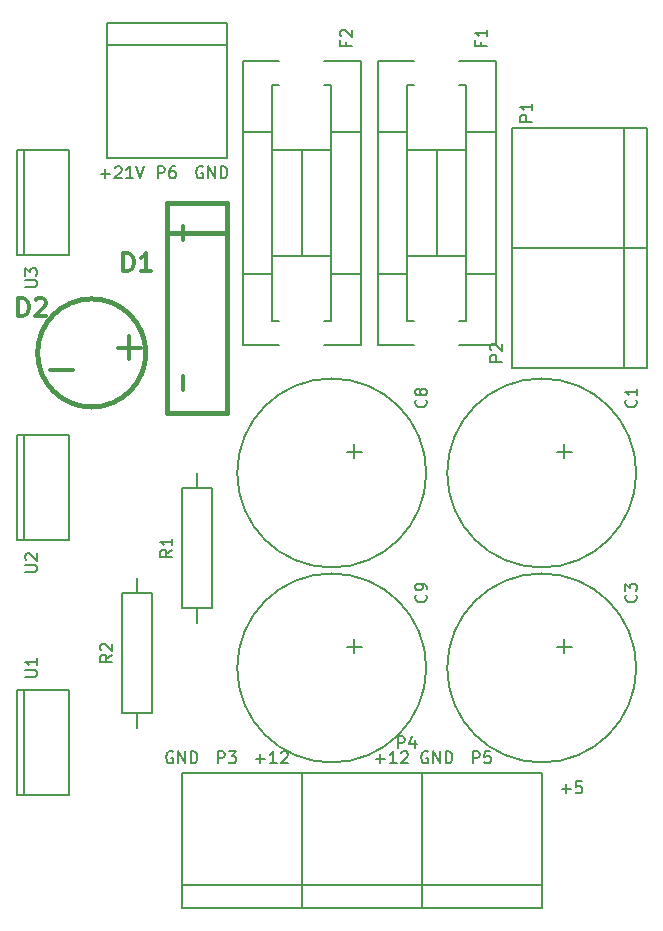
<source format=gbr>
G04 #@! TF.FileFunction,Legend,Top*
%FSLAX46Y46*%
G04 Gerber Fmt 4.6, Leading zero omitted, Abs format (unit mm)*
G04 Created by KiCad (PCBNEW (after 2015-mar-04 BZR unknown)-product) date Sat 22 Oct 2016 07:01:29 PM CEST*
%MOMM*%
G01*
G04 APERTURE LIST*
%ADD10C,0.100000*%
%ADD11C,0.200000*%
%ADD12C,0.150000*%
%ADD13C,0.381000*%
%ADD14C,0.304800*%
G04 APERTURE END LIST*
D10*
D11*
X18558095Y-22931429D02*
X19320000Y-22931429D01*
X18939048Y-23312381D02*
X18939048Y-22550476D01*
X19748571Y-22407619D02*
X19796190Y-22360000D01*
X19891428Y-22312381D01*
X20129524Y-22312381D01*
X20224762Y-22360000D01*
X20272381Y-22407619D01*
X20320000Y-22502857D01*
X20320000Y-22598095D01*
X20272381Y-22740952D01*
X19700952Y-23312381D01*
X20320000Y-23312381D01*
X21272381Y-23312381D02*
X20700952Y-23312381D01*
X20986666Y-23312381D02*
X20986666Y-22312381D01*
X20891428Y-22455238D01*
X20796190Y-22550476D01*
X20700952Y-22598095D01*
X21558095Y-22312381D02*
X21891428Y-23312381D01*
X22224762Y-22312381D01*
X27178096Y-22360000D02*
X27082858Y-22312381D01*
X26940001Y-22312381D01*
X26797143Y-22360000D01*
X26701905Y-22455238D01*
X26654286Y-22550476D01*
X26606667Y-22740952D01*
X26606667Y-22883810D01*
X26654286Y-23074286D01*
X26701905Y-23169524D01*
X26797143Y-23264762D01*
X26940001Y-23312381D01*
X27035239Y-23312381D01*
X27178096Y-23264762D01*
X27225715Y-23217143D01*
X27225715Y-22883810D01*
X27035239Y-22883810D01*
X27654286Y-23312381D02*
X27654286Y-22312381D01*
X28225715Y-23312381D01*
X28225715Y-22312381D01*
X28701905Y-23312381D02*
X28701905Y-22312381D01*
X28940000Y-22312381D01*
X29082858Y-22360000D01*
X29178096Y-22455238D01*
X29225715Y-22550476D01*
X29273334Y-22740952D01*
X29273334Y-22883810D01*
X29225715Y-23074286D01*
X29178096Y-23169524D01*
X29082858Y-23264762D01*
X28940000Y-23312381D01*
X28701905Y-23312381D01*
X46228096Y-71890000D02*
X46132858Y-71842381D01*
X45990001Y-71842381D01*
X45847143Y-71890000D01*
X45751905Y-71985238D01*
X45704286Y-72080476D01*
X45656667Y-72270952D01*
X45656667Y-72413810D01*
X45704286Y-72604286D01*
X45751905Y-72699524D01*
X45847143Y-72794762D01*
X45990001Y-72842381D01*
X46085239Y-72842381D01*
X46228096Y-72794762D01*
X46275715Y-72747143D01*
X46275715Y-72413810D01*
X46085239Y-72413810D01*
X46704286Y-72842381D02*
X46704286Y-71842381D01*
X47275715Y-72842381D01*
X47275715Y-71842381D01*
X47751905Y-72842381D02*
X47751905Y-71842381D01*
X47990000Y-71842381D01*
X48132858Y-71890000D01*
X48228096Y-71985238D01*
X48275715Y-72080476D01*
X48323334Y-72270952D01*
X48323334Y-72413810D01*
X48275715Y-72604286D01*
X48228096Y-72699524D01*
X48132858Y-72794762D01*
X47990000Y-72842381D01*
X47751905Y-72842381D01*
X24638096Y-71890000D02*
X24542858Y-71842381D01*
X24400001Y-71842381D01*
X24257143Y-71890000D01*
X24161905Y-71985238D01*
X24114286Y-72080476D01*
X24066667Y-72270952D01*
X24066667Y-72413810D01*
X24114286Y-72604286D01*
X24161905Y-72699524D01*
X24257143Y-72794762D01*
X24400001Y-72842381D01*
X24495239Y-72842381D01*
X24638096Y-72794762D01*
X24685715Y-72747143D01*
X24685715Y-72413810D01*
X24495239Y-72413810D01*
X25114286Y-72842381D02*
X25114286Y-71842381D01*
X25685715Y-72842381D01*
X25685715Y-71842381D01*
X26161905Y-72842381D02*
X26161905Y-71842381D01*
X26400000Y-71842381D01*
X26542858Y-71890000D01*
X26638096Y-71985238D01*
X26685715Y-72080476D01*
X26733334Y-72270952D01*
X26733334Y-72413810D01*
X26685715Y-72604286D01*
X26638096Y-72699524D01*
X26542858Y-72794762D01*
X26400000Y-72842381D01*
X26161905Y-72842381D01*
X31686667Y-72461429D02*
X32448572Y-72461429D01*
X32067620Y-72842381D02*
X32067620Y-72080476D01*
X33448572Y-72842381D02*
X32877143Y-72842381D01*
X33162857Y-72842381D02*
X33162857Y-71842381D01*
X33067619Y-71985238D01*
X32972381Y-72080476D01*
X32877143Y-72128095D01*
X33829524Y-71937619D02*
X33877143Y-71890000D01*
X33972381Y-71842381D01*
X34210477Y-71842381D01*
X34305715Y-71890000D01*
X34353334Y-71937619D01*
X34400953Y-72032857D01*
X34400953Y-72128095D01*
X34353334Y-72270952D01*
X33781905Y-72842381D01*
X34400953Y-72842381D01*
X57562857Y-75001429D02*
X58324762Y-75001429D01*
X57943810Y-75382381D02*
X57943810Y-74620476D01*
X59277143Y-74382381D02*
X58800952Y-74382381D01*
X58753333Y-74858571D01*
X58800952Y-74810952D01*
X58896190Y-74763333D01*
X59134286Y-74763333D01*
X59229524Y-74810952D01*
X59277143Y-74858571D01*
X59324762Y-74953810D01*
X59324762Y-75191905D01*
X59277143Y-75287143D01*
X59229524Y-75334762D01*
X59134286Y-75382381D01*
X58896190Y-75382381D01*
X58800952Y-75334762D01*
X58753333Y-75287143D01*
X41846667Y-72461429D02*
X42608572Y-72461429D01*
X42227620Y-72842381D02*
X42227620Y-72080476D01*
X43608572Y-72842381D02*
X43037143Y-72842381D01*
X43322857Y-72842381D02*
X43322857Y-71842381D01*
X43227619Y-71985238D01*
X43132381Y-72080476D01*
X43037143Y-72128095D01*
X43989524Y-71937619D02*
X44037143Y-71890000D01*
X44132381Y-71842381D01*
X44370477Y-71842381D01*
X44465715Y-71890000D01*
X44513334Y-71937619D01*
X44560953Y-72032857D01*
X44560953Y-72128095D01*
X44513334Y-72270952D01*
X43941905Y-72842381D01*
X44560953Y-72842381D01*
X46228096Y-71890000D02*
X46132858Y-71842381D01*
X45990001Y-71842381D01*
X45847143Y-71890000D01*
X45751905Y-71985238D01*
X45704286Y-72080476D01*
X45656667Y-72270952D01*
X45656667Y-72413810D01*
X45704286Y-72604286D01*
X45751905Y-72699524D01*
X45847143Y-72794762D01*
X45990001Y-72842381D01*
X46085239Y-72842381D01*
X46228096Y-72794762D01*
X46275715Y-72747143D01*
X46275715Y-72413810D01*
X46085239Y-72413810D01*
X46704286Y-72842381D02*
X46704286Y-71842381D01*
X47275715Y-72842381D01*
X47275715Y-71842381D01*
X47751905Y-72842381D02*
X47751905Y-71842381D01*
X47990000Y-71842381D01*
X48132858Y-71890000D01*
X48228096Y-71985238D01*
X48275715Y-72080476D01*
X48323334Y-72270952D01*
X48323334Y-72413810D01*
X48275715Y-72604286D01*
X48228096Y-72699524D01*
X48132858Y-72794762D01*
X47990000Y-72842381D01*
X47751905Y-72842381D01*
D12*
X12065000Y-75565000D02*
X11430000Y-75565000D01*
X11430000Y-75565000D02*
X11430000Y-66675000D01*
X11430000Y-66675000D02*
X12065000Y-66675000D01*
X15875000Y-75565000D02*
X12065000Y-75565000D01*
X12065000Y-75565000D02*
X12065000Y-66675000D01*
X12065000Y-66675000D02*
X15875000Y-66675000D01*
X15875000Y-66675000D02*
X15875000Y-75565000D01*
X12065000Y-53975000D02*
X11430000Y-53975000D01*
X11430000Y-53975000D02*
X11430000Y-45085000D01*
X11430000Y-45085000D02*
X12065000Y-45085000D01*
X15875000Y-53975000D02*
X12065000Y-53975000D01*
X12065000Y-53975000D02*
X12065000Y-45085000D01*
X12065000Y-45085000D02*
X15875000Y-45085000D01*
X15875000Y-45085000D02*
X15875000Y-53975000D01*
X12065000Y-29845000D02*
X11430000Y-29845000D01*
X11430000Y-29845000D02*
X11430000Y-20955000D01*
X11430000Y-20955000D02*
X12065000Y-20955000D01*
X15875000Y-29845000D02*
X12065000Y-29845000D01*
X12065000Y-29845000D02*
X12065000Y-20955000D01*
X12065000Y-20955000D02*
X15875000Y-20955000D01*
X15875000Y-20955000D02*
X15875000Y-29845000D01*
X58420000Y-46482000D02*
X57150000Y-46482000D01*
X57785000Y-45847000D02*
X57785000Y-46990000D01*
X63880000Y-48260000D02*
G75*
G03X63880000Y-48260000I-8000000J0D01*
G01*
X58420000Y-62992000D02*
X57150000Y-62992000D01*
X57785000Y-62357000D02*
X57785000Y-63500000D01*
X63880000Y-64770000D02*
G75*
G03X63880000Y-64770000I-8000000J0D01*
G01*
X40640000Y-46482000D02*
X39370000Y-46482000D01*
X40005000Y-45847000D02*
X40005000Y-46990000D01*
X46100000Y-48260000D02*
G75*
G03X46100000Y-48260000I-8000000J0D01*
G01*
X40640000Y-62992000D02*
X39370000Y-62992000D01*
X40005000Y-62357000D02*
X40005000Y-63500000D01*
X46100000Y-64770000D02*
G75*
G03X46100000Y-64770000I-8000000J0D01*
G01*
D13*
X29210000Y-27940000D02*
X24130000Y-27940000D01*
X24130000Y-27305000D02*
X24130000Y-26670000D01*
X24130000Y-25400000D02*
X29210000Y-25400000D01*
X29210000Y-26670000D02*
X29210000Y-27305000D01*
X24130000Y-25400000D02*
X24130000Y-43180000D01*
X24130000Y-43180000D02*
X29210000Y-43180000D01*
X29210000Y-43180000D02*
X29210000Y-25400000D01*
X22359050Y-38100000D02*
G75*
G03X22359050Y-38100000I-4579050J0D01*
G01*
D12*
X49489360Y-19400520D02*
X51991260Y-19400520D01*
X41988740Y-19400520D02*
X44490640Y-19400520D01*
X41988740Y-31399480D02*
X44490640Y-31399480D01*
X51991260Y-31399480D02*
X49489360Y-31399480D01*
X46990000Y-20899120D02*
X46990000Y-29900880D01*
X49489360Y-20899120D02*
X44490640Y-20899120D01*
X49489360Y-29900880D02*
X44490640Y-29900880D01*
X48889920Y-35399980D02*
X49489360Y-35399980D01*
X45090080Y-15400020D02*
X44490640Y-15400020D01*
X44490640Y-15400020D02*
X44490640Y-35399980D01*
X44490640Y-35399980D02*
X45090080Y-35399980D01*
X49489360Y-35399980D02*
X49489360Y-15400020D01*
X49489360Y-15400020D02*
X48889920Y-15400020D01*
X48889920Y-37398960D02*
X51991260Y-37398960D01*
X45090080Y-13401040D02*
X41988740Y-13401040D01*
X41988740Y-13401040D02*
X41988740Y-37398960D01*
X41988740Y-37398960D02*
X45090080Y-37398960D01*
X51991260Y-37398960D02*
X51991260Y-13401040D01*
X51991260Y-13401040D02*
X48889920Y-13401040D01*
X38059360Y-19400520D02*
X40561260Y-19400520D01*
X30558740Y-19400520D02*
X33060640Y-19400520D01*
X30558740Y-31399480D02*
X33060640Y-31399480D01*
X40561260Y-31399480D02*
X38059360Y-31399480D01*
X35560000Y-20899120D02*
X35560000Y-29900880D01*
X38059360Y-20899120D02*
X33060640Y-20899120D01*
X38059360Y-29900880D02*
X33060640Y-29900880D01*
X37459920Y-35399980D02*
X38059360Y-35399980D01*
X33660080Y-15400020D02*
X33060640Y-15400020D01*
X33060640Y-15400020D02*
X33060640Y-35399980D01*
X33060640Y-35399980D02*
X33660080Y-35399980D01*
X38059360Y-35399980D02*
X38059360Y-15400020D01*
X38059360Y-15400020D02*
X37459920Y-15400020D01*
X37459920Y-37398960D02*
X40561260Y-37398960D01*
X33660080Y-13401040D02*
X30558740Y-13401040D01*
X30558740Y-13401040D02*
X30558740Y-37398960D01*
X30558740Y-37398960D02*
X33660080Y-37398960D01*
X40561260Y-37398960D02*
X40561260Y-13401040D01*
X40561260Y-13401040D02*
X37459920Y-13401040D01*
X62865000Y-19050000D02*
X62865000Y-29210000D01*
X53340000Y-29210000D02*
X64770000Y-29210000D01*
X64770000Y-29210000D02*
X64770000Y-19050000D01*
X64770000Y-19050000D02*
X53340000Y-19050000D01*
X53340000Y-19050000D02*
X53340000Y-29210000D01*
X62865000Y-29210000D02*
X62865000Y-39370000D01*
X53340000Y-39370000D02*
X64770000Y-39370000D01*
X64770000Y-39370000D02*
X64770000Y-29210000D01*
X64770000Y-29210000D02*
X53340000Y-29210000D01*
X53340000Y-29210000D02*
X53340000Y-39370000D01*
X35560000Y-83185000D02*
X25400000Y-83185000D01*
X25400000Y-73660000D02*
X25400000Y-85090000D01*
X25400000Y-85090000D02*
X35560000Y-85090000D01*
X35560000Y-85090000D02*
X35560000Y-73660000D01*
X35560000Y-73660000D02*
X25400000Y-73660000D01*
X45720000Y-83185000D02*
X35560000Y-83185000D01*
X35560000Y-73660000D02*
X35560000Y-85090000D01*
X35560000Y-85090000D02*
X45720000Y-85090000D01*
X45720000Y-85090000D02*
X45720000Y-73660000D01*
X45720000Y-73660000D02*
X35560000Y-73660000D01*
X55880000Y-83185000D02*
X45720000Y-83185000D01*
X45720000Y-73660000D02*
X45720000Y-85090000D01*
X45720000Y-85090000D02*
X55880000Y-85090000D01*
X55880000Y-85090000D02*
X55880000Y-73660000D01*
X55880000Y-73660000D02*
X45720000Y-73660000D01*
X19050000Y-12065000D02*
X29210000Y-12065000D01*
X29210000Y-21590000D02*
X29210000Y-10160000D01*
X29210000Y-10160000D02*
X19050000Y-10160000D01*
X19050000Y-10160000D02*
X19050000Y-21590000D01*
X19050000Y-21590000D02*
X29210000Y-21590000D01*
X27940000Y-49530000D02*
X25400000Y-49530000D01*
X25400000Y-49530000D02*
X25400000Y-59690000D01*
X25400000Y-59690000D02*
X27940000Y-59690000D01*
X27940000Y-59690000D02*
X27940000Y-49530000D01*
X26670000Y-60960000D02*
X26670000Y-59690000D01*
X26670000Y-48260000D02*
X26670000Y-49530000D01*
X22860000Y-58420000D02*
X20320000Y-58420000D01*
X20320000Y-58420000D02*
X20320000Y-68580000D01*
X20320000Y-68580000D02*
X22860000Y-68580000D01*
X22860000Y-68580000D02*
X22860000Y-58420000D01*
X21590000Y-69850000D02*
X21590000Y-68580000D01*
X21590000Y-57150000D02*
X21590000Y-58420000D01*
X12152381Y-65531905D02*
X12961905Y-65531905D01*
X13057143Y-65484286D01*
X13104762Y-65436667D01*
X13152381Y-65341429D01*
X13152381Y-65150952D01*
X13104762Y-65055714D01*
X13057143Y-65008095D01*
X12961905Y-64960476D01*
X12152381Y-64960476D01*
X13152381Y-63960476D02*
X13152381Y-64531905D01*
X13152381Y-64246191D02*
X12152381Y-64246191D01*
X12295238Y-64341429D01*
X12390476Y-64436667D01*
X12438095Y-64531905D01*
X12152381Y-56641905D02*
X12961905Y-56641905D01*
X13057143Y-56594286D01*
X13104762Y-56546667D01*
X13152381Y-56451429D01*
X13152381Y-56260952D01*
X13104762Y-56165714D01*
X13057143Y-56118095D01*
X12961905Y-56070476D01*
X12152381Y-56070476D01*
X12247619Y-55641905D02*
X12200000Y-55594286D01*
X12152381Y-55499048D01*
X12152381Y-55260952D01*
X12200000Y-55165714D01*
X12247619Y-55118095D01*
X12342857Y-55070476D01*
X12438095Y-55070476D01*
X12580952Y-55118095D01*
X13152381Y-55689524D01*
X13152381Y-55070476D01*
X12152381Y-32511905D02*
X12961905Y-32511905D01*
X13057143Y-32464286D01*
X13104762Y-32416667D01*
X13152381Y-32321429D01*
X13152381Y-32130952D01*
X13104762Y-32035714D01*
X13057143Y-31988095D01*
X12961905Y-31940476D01*
X12152381Y-31940476D01*
X12152381Y-31559524D02*
X12152381Y-30940476D01*
X12533333Y-31273810D01*
X12533333Y-31130952D01*
X12580952Y-31035714D01*
X12628571Y-30988095D01*
X12723810Y-30940476D01*
X12961905Y-30940476D01*
X13057143Y-30988095D01*
X13104762Y-31035714D01*
X13152381Y-31130952D01*
X13152381Y-31416667D01*
X13104762Y-31511905D01*
X13057143Y-31559524D01*
X63857143Y-42076666D02*
X63904762Y-42124285D01*
X63952381Y-42267142D01*
X63952381Y-42362380D01*
X63904762Y-42505238D01*
X63809524Y-42600476D01*
X63714286Y-42648095D01*
X63523810Y-42695714D01*
X63380952Y-42695714D01*
X63190476Y-42648095D01*
X63095238Y-42600476D01*
X63000000Y-42505238D01*
X62952381Y-42362380D01*
X62952381Y-42267142D01*
X63000000Y-42124285D01*
X63047619Y-42076666D01*
X63952381Y-41124285D02*
X63952381Y-41695714D01*
X63952381Y-41410000D02*
X62952381Y-41410000D01*
X63095238Y-41505238D01*
X63190476Y-41600476D01*
X63238095Y-41695714D01*
X63857143Y-58586666D02*
X63904762Y-58634285D01*
X63952381Y-58777142D01*
X63952381Y-58872380D01*
X63904762Y-59015238D01*
X63809524Y-59110476D01*
X63714286Y-59158095D01*
X63523810Y-59205714D01*
X63380952Y-59205714D01*
X63190476Y-59158095D01*
X63095238Y-59110476D01*
X63000000Y-59015238D01*
X62952381Y-58872380D01*
X62952381Y-58777142D01*
X63000000Y-58634285D01*
X63047619Y-58586666D01*
X62952381Y-58253333D02*
X62952381Y-57634285D01*
X63333333Y-57967619D01*
X63333333Y-57824761D01*
X63380952Y-57729523D01*
X63428571Y-57681904D01*
X63523810Y-57634285D01*
X63761905Y-57634285D01*
X63857143Y-57681904D01*
X63904762Y-57729523D01*
X63952381Y-57824761D01*
X63952381Y-58110476D01*
X63904762Y-58205714D01*
X63857143Y-58253333D01*
X46077143Y-42076666D02*
X46124762Y-42124285D01*
X46172381Y-42267142D01*
X46172381Y-42362380D01*
X46124762Y-42505238D01*
X46029524Y-42600476D01*
X45934286Y-42648095D01*
X45743810Y-42695714D01*
X45600952Y-42695714D01*
X45410476Y-42648095D01*
X45315238Y-42600476D01*
X45220000Y-42505238D01*
X45172381Y-42362380D01*
X45172381Y-42267142D01*
X45220000Y-42124285D01*
X45267619Y-42076666D01*
X45600952Y-41505238D02*
X45553333Y-41600476D01*
X45505714Y-41648095D01*
X45410476Y-41695714D01*
X45362857Y-41695714D01*
X45267619Y-41648095D01*
X45220000Y-41600476D01*
X45172381Y-41505238D01*
X45172381Y-41314761D01*
X45220000Y-41219523D01*
X45267619Y-41171904D01*
X45362857Y-41124285D01*
X45410476Y-41124285D01*
X45505714Y-41171904D01*
X45553333Y-41219523D01*
X45600952Y-41314761D01*
X45600952Y-41505238D01*
X45648571Y-41600476D01*
X45696190Y-41648095D01*
X45791429Y-41695714D01*
X45981905Y-41695714D01*
X46077143Y-41648095D01*
X46124762Y-41600476D01*
X46172381Y-41505238D01*
X46172381Y-41314761D01*
X46124762Y-41219523D01*
X46077143Y-41171904D01*
X45981905Y-41124285D01*
X45791429Y-41124285D01*
X45696190Y-41171904D01*
X45648571Y-41219523D01*
X45600952Y-41314761D01*
X46077143Y-58586666D02*
X46124762Y-58634285D01*
X46172381Y-58777142D01*
X46172381Y-58872380D01*
X46124762Y-59015238D01*
X46029524Y-59110476D01*
X45934286Y-59158095D01*
X45743810Y-59205714D01*
X45600952Y-59205714D01*
X45410476Y-59158095D01*
X45315238Y-59110476D01*
X45220000Y-59015238D01*
X45172381Y-58872380D01*
X45172381Y-58777142D01*
X45220000Y-58634285D01*
X45267619Y-58586666D01*
X46172381Y-58110476D02*
X46172381Y-57920000D01*
X46124762Y-57824761D01*
X46077143Y-57777142D01*
X45934286Y-57681904D01*
X45743810Y-57634285D01*
X45362857Y-57634285D01*
X45267619Y-57681904D01*
X45220000Y-57729523D01*
X45172381Y-57824761D01*
X45172381Y-58015238D01*
X45220000Y-58110476D01*
X45267619Y-58158095D01*
X45362857Y-58205714D01*
X45600952Y-58205714D01*
X45696190Y-58158095D01*
X45743810Y-58110476D01*
X45791429Y-58015238D01*
X45791429Y-57824761D01*
X45743810Y-57729523D01*
X45696190Y-57681904D01*
X45600952Y-57634285D01*
D14*
X20465143Y-31169429D02*
X20465143Y-29645429D01*
X20828000Y-29645429D01*
X21045715Y-29718000D01*
X21190857Y-29863143D01*
X21263429Y-30008286D01*
X21336000Y-30298571D01*
X21336000Y-30516286D01*
X21263429Y-30806571D01*
X21190857Y-30951714D01*
X21045715Y-31096857D01*
X20828000Y-31169429D01*
X20465143Y-31169429D01*
X22787429Y-31169429D02*
X21916572Y-31169429D01*
X22352000Y-31169429D02*
X22352000Y-29645429D01*
X22206857Y-29863143D01*
X22061715Y-30008286D01*
X21916572Y-30080857D01*
X25508857Y-41220571D02*
X25508857Y-40059428D01*
X25508857Y-28520571D02*
X25508857Y-27359428D01*
X26089429Y-27939999D02*
X24928286Y-27939999D01*
X11575143Y-34979429D02*
X11575143Y-33455429D01*
X11938000Y-33455429D01*
X12155715Y-33528000D01*
X12300857Y-33673143D01*
X12373429Y-33818286D01*
X12446000Y-34108571D01*
X12446000Y-34326286D01*
X12373429Y-34616571D01*
X12300857Y-34761714D01*
X12155715Y-34906857D01*
X11938000Y-34979429D01*
X11575143Y-34979429D01*
X13026572Y-33600571D02*
X13099143Y-33528000D01*
X13244286Y-33455429D01*
X13607143Y-33455429D01*
X13752286Y-33528000D01*
X13824857Y-33600571D01*
X13897429Y-33745714D01*
X13897429Y-33890857D01*
X13824857Y-34108571D01*
X12954000Y-34979429D01*
X13897429Y-34979429D01*
X19987381Y-37646429D02*
X21922619Y-37646429D01*
X20955000Y-38614048D02*
X20955000Y-36678810D01*
X14272381Y-39551429D02*
X16207619Y-39551429D01*
D12*
X50728571Y-11763333D02*
X50728571Y-12096667D01*
X51252381Y-12096667D02*
X50252381Y-12096667D01*
X50252381Y-11620476D01*
X51252381Y-10715714D02*
X51252381Y-11287143D01*
X51252381Y-11001429D02*
X50252381Y-11001429D01*
X50395238Y-11096667D01*
X50490476Y-11191905D01*
X50538095Y-11287143D01*
X39298571Y-11763333D02*
X39298571Y-12096667D01*
X39822381Y-12096667D02*
X38822381Y-12096667D01*
X38822381Y-11620476D01*
X38917619Y-11287143D02*
X38870000Y-11239524D01*
X38822381Y-11144286D01*
X38822381Y-10906190D01*
X38870000Y-10810952D01*
X38917619Y-10763333D01*
X39012857Y-10715714D01*
X39108095Y-10715714D01*
X39250952Y-10763333D01*
X39822381Y-11334762D01*
X39822381Y-10715714D01*
X55062381Y-18518095D02*
X54062381Y-18518095D01*
X54062381Y-18137142D01*
X54110000Y-18041904D01*
X54157619Y-17994285D01*
X54252857Y-17946666D01*
X54395714Y-17946666D01*
X54490952Y-17994285D01*
X54538571Y-18041904D01*
X54586190Y-18137142D01*
X54586190Y-18518095D01*
X55062381Y-16994285D02*
X55062381Y-17565714D01*
X55062381Y-17280000D02*
X54062381Y-17280000D01*
X54205238Y-17375238D01*
X54300476Y-17470476D01*
X54348095Y-17565714D01*
X52522381Y-38838095D02*
X51522381Y-38838095D01*
X51522381Y-38457142D01*
X51570000Y-38361904D01*
X51617619Y-38314285D01*
X51712857Y-38266666D01*
X51855714Y-38266666D01*
X51950952Y-38314285D01*
X51998571Y-38361904D01*
X52046190Y-38457142D01*
X52046190Y-38838095D01*
X51617619Y-37885714D02*
X51570000Y-37838095D01*
X51522381Y-37742857D01*
X51522381Y-37504761D01*
X51570000Y-37409523D01*
X51617619Y-37361904D01*
X51712857Y-37314285D01*
X51808095Y-37314285D01*
X51950952Y-37361904D01*
X52522381Y-37933333D01*
X52522381Y-37314285D01*
X28471905Y-72842381D02*
X28471905Y-71842381D01*
X28852858Y-71842381D01*
X28948096Y-71890000D01*
X28995715Y-71937619D01*
X29043334Y-72032857D01*
X29043334Y-72175714D01*
X28995715Y-72270952D01*
X28948096Y-72318571D01*
X28852858Y-72366190D01*
X28471905Y-72366190D01*
X29376667Y-71842381D02*
X29995715Y-71842381D01*
X29662381Y-72223333D01*
X29805239Y-72223333D01*
X29900477Y-72270952D01*
X29948096Y-72318571D01*
X29995715Y-72413810D01*
X29995715Y-72651905D01*
X29948096Y-72747143D01*
X29900477Y-72794762D01*
X29805239Y-72842381D01*
X29519524Y-72842381D01*
X29424286Y-72794762D01*
X29376667Y-72747143D01*
X43711905Y-71572381D02*
X43711905Y-70572381D01*
X44092858Y-70572381D01*
X44188096Y-70620000D01*
X44235715Y-70667619D01*
X44283334Y-70762857D01*
X44283334Y-70905714D01*
X44235715Y-71000952D01*
X44188096Y-71048571D01*
X44092858Y-71096190D01*
X43711905Y-71096190D01*
X45140477Y-70905714D02*
X45140477Y-71572381D01*
X44902381Y-70524762D02*
X44664286Y-71239048D01*
X45283334Y-71239048D01*
X50061905Y-72842381D02*
X50061905Y-71842381D01*
X50442858Y-71842381D01*
X50538096Y-71890000D01*
X50585715Y-71937619D01*
X50633334Y-72032857D01*
X50633334Y-72175714D01*
X50585715Y-72270952D01*
X50538096Y-72318571D01*
X50442858Y-72366190D01*
X50061905Y-72366190D01*
X51538096Y-71842381D02*
X51061905Y-71842381D01*
X51014286Y-72318571D01*
X51061905Y-72270952D01*
X51157143Y-72223333D01*
X51395239Y-72223333D01*
X51490477Y-72270952D01*
X51538096Y-72318571D01*
X51585715Y-72413810D01*
X51585715Y-72651905D01*
X51538096Y-72747143D01*
X51490477Y-72794762D01*
X51395239Y-72842381D01*
X51157143Y-72842381D01*
X51061905Y-72794762D01*
X51014286Y-72747143D01*
X23391905Y-23312381D02*
X23391905Y-22312381D01*
X23772858Y-22312381D01*
X23868096Y-22360000D01*
X23915715Y-22407619D01*
X23963334Y-22502857D01*
X23963334Y-22645714D01*
X23915715Y-22740952D01*
X23868096Y-22788571D01*
X23772858Y-22836190D01*
X23391905Y-22836190D01*
X24820477Y-22312381D02*
X24630000Y-22312381D01*
X24534762Y-22360000D01*
X24487143Y-22407619D01*
X24391905Y-22550476D01*
X24344286Y-22740952D01*
X24344286Y-23121905D01*
X24391905Y-23217143D01*
X24439524Y-23264762D01*
X24534762Y-23312381D01*
X24725239Y-23312381D01*
X24820477Y-23264762D01*
X24868096Y-23217143D01*
X24915715Y-23121905D01*
X24915715Y-22883810D01*
X24868096Y-22788571D01*
X24820477Y-22740952D01*
X24725239Y-22693333D01*
X24534762Y-22693333D01*
X24439524Y-22740952D01*
X24391905Y-22788571D01*
X24344286Y-22883810D01*
X24582381Y-54776666D02*
X24106190Y-55110000D01*
X24582381Y-55348095D02*
X23582381Y-55348095D01*
X23582381Y-54967142D01*
X23630000Y-54871904D01*
X23677619Y-54824285D01*
X23772857Y-54776666D01*
X23915714Y-54776666D01*
X24010952Y-54824285D01*
X24058571Y-54871904D01*
X24106190Y-54967142D01*
X24106190Y-55348095D01*
X24582381Y-53824285D02*
X24582381Y-54395714D01*
X24582381Y-54110000D02*
X23582381Y-54110000D01*
X23725238Y-54205238D01*
X23820476Y-54300476D01*
X23868095Y-54395714D01*
X19502381Y-63666666D02*
X19026190Y-64000000D01*
X19502381Y-64238095D02*
X18502381Y-64238095D01*
X18502381Y-63857142D01*
X18550000Y-63761904D01*
X18597619Y-63714285D01*
X18692857Y-63666666D01*
X18835714Y-63666666D01*
X18930952Y-63714285D01*
X18978571Y-63761904D01*
X19026190Y-63857142D01*
X19026190Y-64238095D01*
X18597619Y-63285714D02*
X18550000Y-63238095D01*
X18502381Y-63142857D01*
X18502381Y-62904761D01*
X18550000Y-62809523D01*
X18597619Y-62761904D01*
X18692857Y-62714285D01*
X18788095Y-62714285D01*
X18930952Y-62761904D01*
X19502381Y-63333333D01*
X19502381Y-62714285D01*
M02*

</source>
